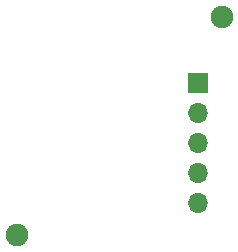
<source format=gbs>
%TF.GenerationSoftware,KiCad,Pcbnew,(6.0.7)*%
%TF.CreationDate,2023-02-13T15:53:41-05:00*%
%TF.ProjectId,joycon,6a6f7963-6f6e-42e6-9b69-6361645f7063,rev?*%
%TF.SameCoordinates,Original*%
%TF.FileFunction,Soldermask,Bot*%
%TF.FilePolarity,Negative*%
%FSLAX46Y46*%
G04 Gerber Fmt 4.6, Leading zero omitted, Abs format (unit mm)*
G04 Created by KiCad (PCBNEW (6.0.7)) date 2023-02-13 15:53:41*
%MOMM*%
%LPD*%
G01*
G04 APERTURE LIST*
%ADD10C,1.900000*%
%ADD11R,1.700000X1.700000*%
%ADD12O,1.700000X1.700000*%
G04 APERTURE END LIST*
D10*
%TO.C,REF\u002A\u002A*%
X131318000Y-107442000D03*
%TD*%
%TO.C,REF\u002A\u002A*%
X148640800Y-89027000D03*
%TD*%
D11*
%TO.C,J2*%
X146685000Y-94615000D03*
D12*
X146685000Y-97155000D03*
X146685000Y-99695000D03*
X146685000Y-102235000D03*
X146685000Y-104775000D03*
%TD*%
M02*

</source>
